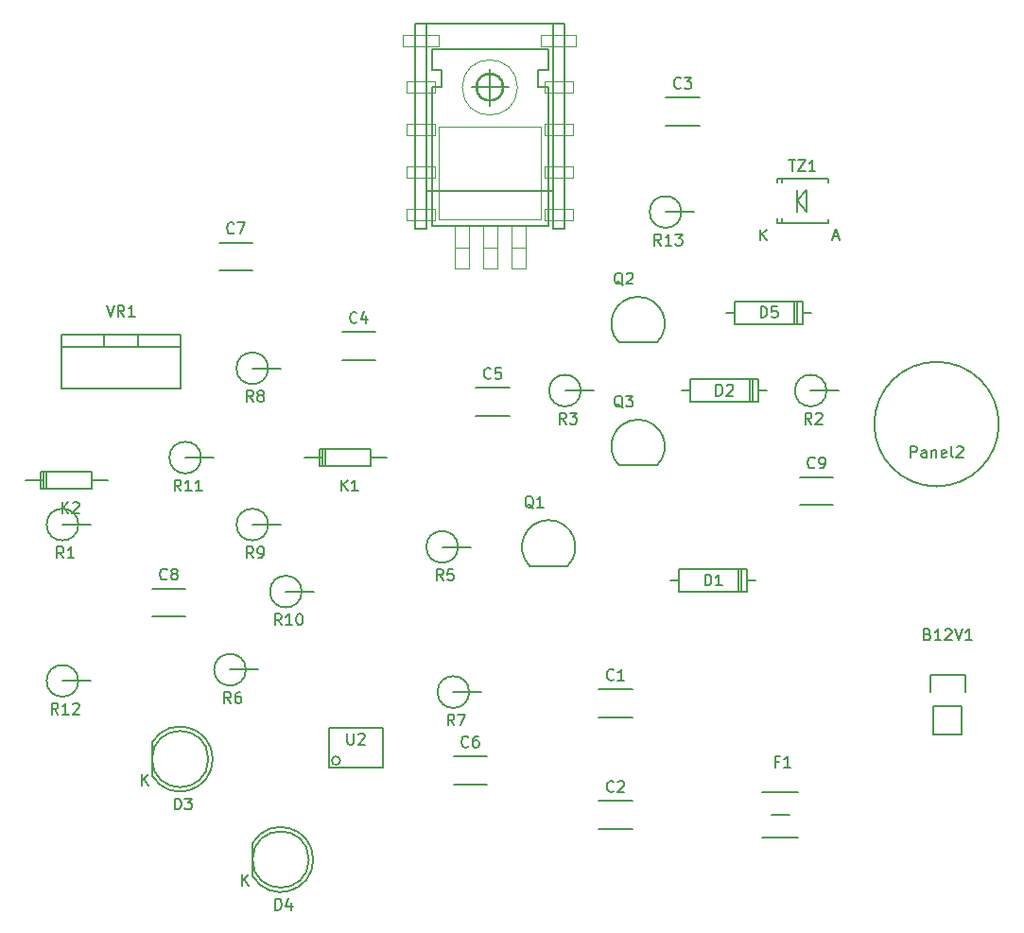
<source format=gto>
G04 #@! TF.FileFunction,Legend,Top*
%FSLAX46Y46*%
G04 Gerber Fmt 4.6, Leading zero omitted, Abs format (unit mm)*
G04 Created by KiCad (PCBNEW 4.0.0-rc1-stable) date 11/15/15 04:05:18*
%MOMM*%
G01*
G04 APERTURE LIST*
%ADD10C,0.100000*%
%ADD11C,0.150000*%
%ADD12C,0.066040*%
%ADD13C,0.152400*%
%ADD14C,0.050800*%
%ADD15C,0.076200*%
%ADD16C,0.063500*%
%ADD17C,0.127000*%
G04 APERTURE END LIST*
D10*
D11*
X135270000Y-113270000D02*
X135270000Y-115810000D01*
X135550000Y-110450000D02*
X135550000Y-112000000D01*
X135270000Y-113270000D02*
X132730000Y-113270000D01*
X132450000Y-112000000D02*
X132450000Y-110450000D01*
X132450000Y-110450000D02*
X135550000Y-110450000D01*
X132730000Y-113270000D02*
X132730000Y-115810000D01*
X132730000Y-115810000D02*
X135270000Y-115810000D01*
X102750000Y-111750000D02*
X105750000Y-111750000D01*
X105750000Y-114250000D02*
X102750000Y-114250000D01*
X102750000Y-121750000D02*
X105750000Y-121750000D01*
X105750000Y-124250000D02*
X102750000Y-124250000D01*
X108750000Y-58750000D02*
X111750000Y-58750000D01*
X111750000Y-61250000D02*
X108750000Y-61250000D01*
X79750000Y-79750000D02*
X82750000Y-79750000D01*
X82750000Y-82250000D02*
X79750000Y-82250000D01*
X91750000Y-84750000D02*
X94750000Y-84750000D01*
X94750000Y-87250000D02*
X91750000Y-87250000D01*
X89750000Y-117750000D02*
X92750000Y-117750000D01*
X92750000Y-120250000D02*
X89750000Y-120250000D01*
X68750000Y-71750000D02*
X71750000Y-71750000D01*
X71750000Y-74250000D02*
X68750000Y-74250000D01*
X62750000Y-102750000D02*
X65750000Y-102750000D01*
X65750000Y-105250000D02*
X62750000Y-105250000D01*
X120750000Y-92750000D02*
X123750000Y-92750000D01*
X123750000Y-95250000D02*
X120750000Y-95250000D01*
X116810000Y-102000000D02*
X116048000Y-102000000D01*
X116048000Y-102000000D02*
X116048000Y-100984000D01*
X116048000Y-100984000D02*
X109952000Y-100984000D01*
X109952000Y-100984000D02*
X109952000Y-102000000D01*
X109952000Y-102000000D02*
X109190000Y-102000000D01*
X109952000Y-102000000D02*
X109952000Y-103016000D01*
X109952000Y-103016000D02*
X116048000Y-103016000D01*
X116048000Y-103016000D02*
X116048000Y-102000000D01*
X115540000Y-100984000D02*
X115540000Y-103016000D01*
X115286000Y-103016000D02*
X115286000Y-100984000D01*
X117810000Y-85000000D02*
X117048000Y-85000000D01*
X117048000Y-85000000D02*
X117048000Y-83984000D01*
X117048000Y-83984000D02*
X110952000Y-83984000D01*
X110952000Y-83984000D02*
X110952000Y-85000000D01*
X110952000Y-85000000D02*
X110190000Y-85000000D01*
X110952000Y-85000000D02*
X110952000Y-86016000D01*
X110952000Y-86016000D02*
X117048000Y-86016000D01*
X117048000Y-86016000D02*
X117048000Y-85000000D01*
X116540000Y-83984000D02*
X116540000Y-86016000D01*
X116286000Y-86016000D02*
X116286000Y-83984000D01*
X62785112Y-119524904D02*
G75*
G03X62770000Y-116500000I2484888J1524904D01*
G01*
X62770000Y-119500000D02*
X62770000Y-116500000D01*
X67787936Y-118000000D02*
G75*
G03X67787936Y-118000000I-2517936J0D01*
G01*
X71785112Y-128524904D02*
G75*
G03X71770000Y-125500000I2484888J1524904D01*
G01*
X71770000Y-128500000D02*
X71770000Y-125500000D01*
X76787936Y-127000000D02*
G75*
G03X76787936Y-127000000I-2517936J0D01*
G01*
X121810000Y-78000000D02*
X121048000Y-78000000D01*
X121048000Y-78000000D02*
X121048000Y-76984000D01*
X121048000Y-76984000D02*
X114952000Y-76984000D01*
X114952000Y-76984000D02*
X114952000Y-78000000D01*
X114952000Y-78000000D02*
X114190000Y-78000000D01*
X114952000Y-78000000D02*
X114952000Y-79016000D01*
X114952000Y-79016000D02*
X121048000Y-79016000D01*
X121048000Y-79016000D02*
X121048000Y-78000000D01*
X120540000Y-76984000D02*
X120540000Y-79016000D01*
X120286000Y-79016000D02*
X120286000Y-76984000D01*
X118250000Y-123000000D02*
X119850000Y-123000000D01*
X120600000Y-125000000D02*
X117400000Y-125000000D01*
X117400000Y-121000000D02*
X120600000Y-121000000D01*
X82366520Y-90997460D02*
X83763520Y-90997460D01*
X77921520Y-90997460D02*
X76397520Y-90997460D01*
X78302520Y-90235460D02*
X78302520Y-91759460D01*
X78048520Y-90235460D02*
X78048520Y-91759460D01*
X77794520Y-90997460D02*
X77794520Y-91759460D01*
X77794520Y-91759460D02*
X82366520Y-91759460D01*
X82366520Y-91759460D02*
X82366520Y-90235460D01*
X82366520Y-90235460D02*
X77794520Y-90235460D01*
X77794520Y-90235460D02*
X77794520Y-90997460D01*
X57366520Y-92997460D02*
X58763520Y-92997460D01*
X52921520Y-92997460D02*
X51397520Y-92997460D01*
X53302520Y-92235460D02*
X53302520Y-93759460D01*
X53048520Y-92235460D02*
X53048520Y-93759460D01*
X52794520Y-92997460D02*
X52794520Y-93759460D01*
X52794520Y-93759460D02*
X57366520Y-93759460D01*
X57366520Y-93759460D02*
X57366520Y-92235460D01*
X57366520Y-92235460D02*
X52794520Y-92235460D01*
X52794520Y-92235460D02*
X52794520Y-92997460D01*
X138576443Y-88000000D02*
G75*
G03X138576443Y-88000000I-5576443J0D01*
G01*
X96570000Y-100700000D02*
X99970000Y-100700000D01*
X96572944Y-100697056D02*
G75*
G02X98270000Y-96600000I1697056J1697056D01*
G01*
X99967056Y-100697056D02*
G75*
G03X98270000Y-96600000I-1697056J1697056D01*
G01*
X104570000Y-80700000D02*
X107970000Y-80700000D01*
X104572944Y-80697056D02*
G75*
G02X106270000Y-76600000I1697056J1697056D01*
G01*
X107967056Y-80697056D02*
G75*
G03X106270000Y-76600000I-1697056J1697056D01*
G01*
X104570000Y-91700000D02*
X107970000Y-91700000D01*
X104572944Y-91697056D02*
G75*
G02X106270000Y-87600000I1697056J1697056D01*
G01*
X107967056Y-91697056D02*
G75*
G03X106270000Y-87600000I-1697056J1697056D01*
G01*
X54730000Y-97000000D02*
X57270000Y-97000000D01*
X56149903Y-97000000D02*
G75*
G03X56149903Y-97000000I-1419903J0D01*
G01*
X121730000Y-85000000D02*
X124270000Y-85000000D01*
X123149903Y-85000000D02*
G75*
G03X123149903Y-85000000I-1419903J0D01*
G01*
X99730000Y-85000000D02*
X102270000Y-85000000D01*
X101149903Y-85000000D02*
G75*
G03X101149903Y-85000000I-1419903J0D01*
G01*
X88730000Y-99000000D02*
X91270000Y-99000000D01*
X90149903Y-99000000D02*
G75*
G03X90149903Y-99000000I-1419903J0D01*
G01*
X69730000Y-110000000D02*
X72270000Y-110000000D01*
X71149903Y-110000000D02*
G75*
G03X71149903Y-110000000I-1419903J0D01*
G01*
X89730000Y-112000000D02*
X92270000Y-112000000D01*
X91149903Y-112000000D02*
G75*
G03X91149903Y-112000000I-1419903J0D01*
G01*
X71730000Y-83000000D02*
X74270000Y-83000000D01*
X73149903Y-83000000D02*
G75*
G03X73149903Y-83000000I-1419903J0D01*
G01*
X71730000Y-97000000D02*
X74270000Y-97000000D01*
X73149903Y-97000000D02*
G75*
G03X73149903Y-97000000I-1419903J0D01*
G01*
X74730000Y-103000000D02*
X77270000Y-103000000D01*
X76149903Y-103000000D02*
G75*
G03X76149903Y-103000000I-1419903J0D01*
G01*
X65730000Y-91000000D02*
X68270000Y-91000000D01*
X67149903Y-91000000D02*
G75*
G03X67149903Y-91000000I-1419903J0D01*
G01*
X54730000Y-111000000D02*
X57270000Y-111000000D01*
X56149903Y-111000000D02*
G75*
G03X56149903Y-111000000I-1419903J0D01*
G01*
X108730000Y-69000000D02*
X111270000Y-69000000D01*
X110149903Y-69000000D02*
G75*
G03X110149903Y-69000000I-1419903J0D01*
G01*
X120550420Y-68000000D02*
X121398780Y-66999240D01*
X121398780Y-66999240D02*
X121398780Y-69000760D01*
X121398780Y-69000760D02*
X120550420Y-68000000D01*
X120550420Y-68000000D02*
X120550420Y-69000760D01*
X120550420Y-68000000D02*
X120550420Y-66999240D01*
X118693680Y-69800000D02*
X118693680Y-69600200D01*
X119150720Y-69800000D02*
X119150720Y-69601000D01*
X123301240Y-69800000D02*
X123301240Y-69651000D01*
X118698760Y-66200000D02*
X118698760Y-66349000D01*
X119150720Y-66200000D02*
X119150720Y-66349000D01*
X123301240Y-66200000D02*
X123301240Y-66349000D01*
X119150720Y-69948980D02*
X119150720Y-69750860D01*
X119150720Y-66001020D02*
X119150720Y-66199140D01*
X123296160Y-69996440D02*
X123296160Y-69798320D01*
X118693680Y-69996440D02*
X123296160Y-69996440D01*
X118693680Y-69996440D02*
X118693680Y-69798320D01*
X118698760Y-66001020D02*
X118698760Y-66199140D01*
X118698760Y-66001020D02*
X123301240Y-66001020D01*
X123301240Y-66001020D02*
X123301240Y-66199140D01*
D12*
X85555260Y-69749300D02*
X88095260Y-69749300D01*
X88095260Y-69749300D02*
X88095260Y-68735840D01*
X85555260Y-68735840D02*
X88095260Y-68735840D01*
X85555260Y-69749300D02*
X85555260Y-68735840D01*
X85555260Y-65941840D02*
X88095260Y-65941840D01*
X88095260Y-65941840D02*
X88095260Y-64925840D01*
X85555260Y-64925840D02*
X88095260Y-64925840D01*
X85555260Y-65941840D02*
X85555260Y-64925840D01*
X85555260Y-62131840D02*
X88095260Y-62131840D01*
X88095260Y-62131840D02*
X88095260Y-61115840D01*
X85555260Y-61115840D02*
X88095260Y-61115840D01*
X85555260Y-62131840D02*
X85555260Y-61115840D01*
X85555260Y-58321840D02*
X88095260Y-58321840D01*
X88095260Y-58321840D02*
X88095260Y-57305840D01*
X85555260Y-57305840D02*
X88095260Y-57305840D01*
X85555260Y-58321840D02*
X85555260Y-57305840D01*
X85237760Y-54194340D02*
X88412760Y-54194340D01*
X88412760Y-54194340D02*
X88412760Y-53178340D01*
X85237760Y-53178340D02*
X88412760Y-53178340D01*
X85237760Y-54194340D02*
X85237760Y-53178340D01*
X97554220Y-54194340D02*
X100729220Y-54194340D01*
X100729220Y-54194340D02*
X100729220Y-53178340D01*
X97554220Y-53178340D02*
X100729220Y-53178340D01*
X97554220Y-54194340D02*
X97554220Y-53178340D01*
X97871720Y-58321840D02*
X100411720Y-58321840D01*
X100411720Y-58321840D02*
X100411720Y-57305840D01*
X97871720Y-57305840D02*
X100411720Y-57305840D01*
X97871720Y-58321840D02*
X97871720Y-57305840D01*
X97871720Y-62131840D02*
X100411720Y-62131840D01*
X100411720Y-62131840D02*
X100411720Y-61115840D01*
X97871720Y-61115840D02*
X100411720Y-61115840D01*
X97871720Y-62131840D02*
X97871720Y-61115840D01*
X97871720Y-65941840D02*
X100411720Y-65941840D01*
X100411720Y-65941840D02*
X100411720Y-64925840D01*
X97871720Y-64925840D02*
X100411720Y-64925840D01*
X97871720Y-65941840D02*
X97871720Y-64925840D01*
X97871720Y-69749300D02*
X100411720Y-69749300D01*
X100411720Y-69749300D02*
X100411720Y-68735840D01*
X97871720Y-68735840D02*
X100411720Y-68735840D01*
X97871720Y-69749300D02*
X97871720Y-68735840D01*
X89825000Y-74080000D02*
X91095000Y-74080000D01*
X91095000Y-74080000D02*
X91095000Y-70270000D01*
X89825000Y-70270000D02*
X91095000Y-70270000D01*
X89825000Y-74080000D02*
X89825000Y-70270000D01*
X92365000Y-74080000D02*
X93635000Y-74080000D01*
X93635000Y-74080000D02*
X93635000Y-70270000D01*
X92365000Y-70270000D02*
X93635000Y-70270000D01*
X92365000Y-74080000D02*
X92365000Y-70270000D01*
X94905000Y-74080000D02*
X96175000Y-74080000D01*
X96175000Y-74080000D02*
X96175000Y-70270000D01*
X94905000Y-70270000D02*
X96175000Y-70270000D01*
X94905000Y-74080000D02*
X94905000Y-70270000D01*
X89825000Y-72175000D02*
X91095000Y-72175000D01*
X91095000Y-72175000D02*
X91095000Y-70270000D01*
X89825000Y-70270000D02*
X91095000Y-70270000D01*
X89825000Y-72175000D02*
X89825000Y-70270000D01*
X92365000Y-72175000D02*
X93635000Y-72175000D01*
X93635000Y-72175000D02*
X93635000Y-70270000D01*
X92365000Y-70270000D02*
X93635000Y-70270000D01*
X92365000Y-72175000D02*
X92365000Y-70270000D01*
X94905000Y-72175000D02*
X96175000Y-72175000D01*
X96175000Y-72175000D02*
X96175000Y-70270000D01*
X94905000Y-70270000D02*
X96175000Y-70270000D01*
X94905000Y-72175000D02*
X94905000Y-70270000D01*
D13*
X87793000Y-70270000D02*
X98207000Y-70270000D01*
X98207000Y-54395000D02*
X87793000Y-54395000D01*
X98207000Y-70270000D02*
X98207000Y-57824000D01*
X98207000Y-57824000D02*
X97318000Y-57824000D01*
X97318000Y-57824000D02*
X97318000Y-56300000D01*
X97318000Y-56300000D02*
X98207000Y-56300000D01*
X98207000Y-56300000D02*
X98207000Y-54395000D01*
X87793000Y-70270000D02*
X87793000Y-57824000D01*
X87793000Y-57824000D02*
X88682000Y-57824000D01*
X88682000Y-57824000D02*
X88682000Y-56300000D01*
X88682000Y-56300000D02*
X87793000Y-56300000D01*
X87793000Y-56300000D02*
X87793000Y-54395000D01*
D14*
X88428000Y-69635000D02*
X97572000Y-69635000D01*
X97572000Y-61380000D02*
X97572000Y-69635000D01*
X97572000Y-61380000D02*
X88428000Y-61380000D01*
X88428000Y-69635000D02*
X88428000Y-61380000D01*
D13*
X86317260Y-52098840D02*
X86317260Y-70511300D01*
X87333260Y-70511300D02*
X86317260Y-70511300D01*
X87333260Y-70511300D02*
X87333260Y-67084840D01*
X99649720Y-52098840D02*
X99649720Y-70511300D01*
X98633720Y-70511300D02*
X99649720Y-70511300D01*
X98633720Y-70511300D02*
X98633720Y-67084840D01*
X86317260Y-52098840D02*
X87333260Y-52098840D01*
X87333260Y-52098840D02*
X98633720Y-52098840D01*
X98633720Y-52098840D02*
X99649720Y-52098840D01*
X87333260Y-67084840D02*
X98633720Y-67084840D01*
X87333260Y-67084840D02*
X87333260Y-52098840D01*
X98633720Y-67084840D02*
X98633720Y-52098840D01*
D15*
X94271604Y-57824000D02*
G75*
G03X94271604Y-57824000I-1271604J0D01*
G01*
D16*
X95471366Y-57851940D02*
G75*
G03X95471366Y-57851940I-2471366J0D01*
G01*
D17*
X94167433Y-57824000D02*
G75*
G03X94167433Y-57824000I-1167433J0D01*
G01*
X91349000Y-57824000D02*
X94651000Y-57824000D01*
X93000000Y-59475000D02*
X93000000Y-56173000D01*
D11*
X78587000Y-115222000D02*
X83413000Y-115222000D01*
X83413000Y-115222000D02*
X83413000Y-118778000D01*
X83413000Y-118778000D02*
X78587000Y-118778000D01*
X78587000Y-118778000D02*
X78587000Y-115222000D01*
X79603000Y-118143000D02*
G75*
G03X79603000Y-118143000I-381000J0D01*
G01*
X58476000Y-79952000D02*
X58476000Y-81095000D01*
X61524000Y-79952000D02*
X61524000Y-81095000D01*
X65334000Y-81095000D02*
X65334000Y-84778000D01*
X65334000Y-84778000D02*
X54666000Y-84778000D01*
X54666000Y-84778000D02*
X54666000Y-81095000D01*
X65334000Y-79952000D02*
X65334000Y-81095000D01*
X65334000Y-81095000D02*
X54666000Y-81095000D01*
X54666000Y-81095000D02*
X54666000Y-79952000D01*
X60000000Y-79952000D02*
X54666000Y-79952000D01*
X60000000Y-79952000D02*
X65334000Y-79952000D01*
X132214286Y-106828571D02*
X132357143Y-106876190D01*
X132404762Y-106923810D01*
X132452381Y-107019048D01*
X132452381Y-107161905D01*
X132404762Y-107257143D01*
X132357143Y-107304762D01*
X132261905Y-107352381D01*
X131880952Y-107352381D01*
X131880952Y-106352381D01*
X132214286Y-106352381D01*
X132309524Y-106400000D01*
X132357143Y-106447619D01*
X132404762Y-106542857D01*
X132404762Y-106638095D01*
X132357143Y-106733333D01*
X132309524Y-106780952D01*
X132214286Y-106828571D01*
X131880952Y-106828571D01*
X133404762Y-107352381D02*
X132833333Y-107352381D01*
X133119047Y-107352381D02*
X133119047Y-106352381D01*
X133023809Y-106495238D01*
X132928571Y-106590476D01*
X132833333Y-106638095D01*
X133785714Y-106447619D02*
X133833333Y-106400000D01*
X133928571Y-106352381D01*
X134166667Y-106352381D01*
X134261905Y-106400000D01*
X134309524Y-106447619D01*
X134357143Y-106542857D01*
X134357143Y-106638095D01*
X134309524Y-106780952D01*
X133738095Y-107352381D01*
X134357143Y-107352381D01*
X134642857Y-106352381D02*
X134976190Y-107352381D01*
X135309524Y-106352381D01*
X136166667Y-107352381D02*
X135595238Y-107352381D01*
X135880952Y-107352381D02*
X135880952Y-106352381D01*
X135785714Y-106495238D01*
X135690476Y-106590476D01*
X135595238Y-106638095D01*
X104083334Y-110857143D02*
X104035715Y-110904762D01*
X103892858Y-110952381D01*
X103797620Y-110952381D01*
X103654762Y-110904762D01*
X103559524Y-110809524D01*
X103511905Y-110714286D01*
X103464286Y-110523810D01*
X103464286Y-110380952D01*
X103511905Y-110190476D01*
X103559524Y-110095238D01*
X103654762Y-110000000D01*
X103797620Y-109952381D01*
X103892858Y-109952381D01*
X104035715Y-110000000D01*
X104083334Y-110047619D01*
X105035715Y-110952381D02*
X104464286Y-110952381D01*
X104750000Y-110952381D02*
X104750000Y-109952381D01*
X104654762Y-110095238D01*
X104559524Y-110190476D01*
X104464286Y-110238095D01*
X104083334Y-120857143D02*
X104035715Y-120904762D01*
X103892858Y-120952381D01*
X103797620Y-120952381D01*
X103654762Y-120904762D01*
X103559524Y-120809524D01*
X103511905Y-120714286D01*
X103464286Y-120523810D01*
X103464286Y-120380952D01*
X103511905Y-120190476D01*
X103559524Y-120095238D01*
X103654762Y-120000000D01*
X103797620Y-119952381D01*
X103892858Y-119952381D01*
X104035715Y-120000000D01*
X104083334Y-120047619D01*
X104464286Y-120047619D02*
X104511905Y-120000000D01*
X104607143Y-119952381D01*
X104845239Y-119952381D01*
X104940477Y-120000000D01*
X104988096Y-120047619D01*
X105035715Y-120142857D01*
X105035715Y-120238095D01*
X104988096Y-120380952D01*
X104416667Y-120952381D01*
X105035715Y-120952381D01*
X110083334Y-57857143D02*
X110035715Y-57904762D01*
X109892858Y-57952381D01*
X109797620Y-57952381D01*
X109654762Y-57904762D01*
X109559524Y-57809524D01*
X109511905Y-57714286D01*
X109464286Y-57523810D01*
X109464286Y-57380952D01*
X109511905Y-57190476D01*
X109559524Y-57095238D01*
X109654762Y-57000000D01*
X109797620Y-56952381D01*
X109892858Y-56952381D01*
X110035715Y-57000000D01*
X110083334Y-57047619D01*
X110416667Y-56952381D02*
X111035715Y-56952381D01*
X110702381Y-57333333D01*
X110845239Y-57333333D01*
X110940477Y-57380952D01*
X110988096Y-57428571D01*
X111035715Y-57523810D01*
X111035715Y-57761905D01*
X110988096Y-57857143D01*
X110940477Y-57904762D01*
X110845239Y-57952381D01*
X110559524Y-57952381D01*
X110464286Y-57904762D01*
X110416667Y-57857143D01*
X81083334Y-78857143D02*
X81035715Y-78904762D01*
X80892858Y-78952381D01*
X80797620Y-78952381D01*
X80654762Y-78904762D01*
X80559524Y-78809524D01*
X80511905Y-78714286D01*
X80464286Y-78523810D01*
X80464286Y-78380952D01*
X80511905Y-78190476D01*
X80559524Y-78095238D01*
X80654762Y-78000000D01*
X80797620Y-77952381D01*
X80892858Y-77952381D01*
X81035715Y-78000000D01*
X81083334Y-78047619D01*
X81940477Y-78285714D02*
X81940477Y-78952381D01*
X81702381Y-77904762D02*
X81464286Y-78619048D01*
X82083334Y-78619048D01*
X93083334Y-83857143D02*
X93035715Y-83904762D01*
X92892858Y-83952381D01*
X92797620Y-83952381D01*
X92654762Y-83904762D01*
X92559524Y-83809524D01*
X92511905Y-83714286D01*
X92464286Y-83523810D01*
X92464286Y-83380952D01*
X92511905Y-83190476D01*
X92559524Y-83095238D01*
X92654762Y-83000000D01*
X92797620Y-82952381D01*
X92892858Y-82952381D01*
X93035715Y-83000000D01*
X93083334Y-83047619D01*
X93988096Y-82952381D02*
X93511905Y-82952381D01*
X93464286Y-83428571D01*
X93511905Y-83380952D01*
X93607143Y-83333333D01*
X93845239Y-83333333D01*
X93940477Y-83380952D01*
X93988096Y-83428571D01*
X94035715Y-83523810D01*
X94035715Y-83761905D01*
X93988096Y-83857143D01*
X93940477Y-83904762D01*
X93845239Y-83952381D01*
X93607143Y-83952381D01*
X93511905Y-83904762D01*
X93464286Y-83857143D01*
X91083334Y-116857143D02*
X91035715Y-116904762D01*
X90892858Y-116952381D01*
X90797620Y-116952381D01*
X90654762Y-116904762D01*
X90559524Y-116809524D01*
X90511905Y-116714286D01*
X90464286Y-116523810D01*
X90464286Y-116380952D01*
X90511905Y-116190476D01*
X90559524Y-116095238D01*
X90654762Y-116000000D01*
X90797620Y-115952381D01*
X90892858Y-115952381D01*
X91035715Y-116000000D01*
X91083334Y-116047619D01*
X91940477Y-115952381D02*
X91750000Y-115952381D01*
X91654762Y-116000000D01*
X91607143Y-116047619D01*
X91511905Y-116190476D01*
X91464286Y-116380952D01*
X91464286Y-116761905D01*
X91511905Y-116857143D01*
X91559524Y-116904762D01*
X91654762Y-116952381D01*
X91845239Y-116952381D01*
X91940477Y-116904762D01*
X91988096Y-116857143D01*
X92035715Y-116761905D01*
X92035715Y-116523810D01*
X91988096Y-116428571D01*
X91940477Y-116380952D01*
X91845239Y-116333333D01*
X91654762Y-116333333D01*
X91559524Y-116380952D01*
X91511905Y-116428571D01*
X91464286Y-116523810D01*
X70083334Y-70857143D02*
X70035715Y-70904762D01*
X69892858Y-70952381D01*
X69797620Y-70952381D01*
X69654762Y-70904762D01*
X69559524Y-70809524D01*
X69511905Y-70714286D01*
X69464286Y-70523810D01*
X69464286Y-70380952D01*
X69511905Y-70190476D01*
X69559524Y-70095238D01*
X69654762Y-70000000D01*
X69797620Y-69952381D01*
X69892858Y-69952381D01*
X70035715Y-70000000D01*
X70083334Y-70047619D01*
X70416667Y-69952381D02*
X71083334Y-69952381D01*
X70654762Y-70952381D01*
X64083334Y-101857143D02*
X64035715Y-101904762D01*
X63892858Y-101952381D01*
X63797620Y-101952381D01*
X63654762Y-101904762D01*
X63559524Y-101809524D01*
X63511905Y-101714286D01*
X63464286Y-101523810D01*
X63464286Y-101380952D01*
X63511905Y-101190476D01*
X63559524Y-101095238D01*
X63654762Y-101000000D01*
X63797620Y-100952381D01*
X63892858Y-100952381D01*
X64035715Y-101000000D01*
X64083334Y-101047619D01*
X64654762Y-101380952D02*
X64559524Y-101333333D01*
X64511905Y-101285714D01*
X64464286Y-101190476D01*
X64464286Y-101142857D01*
X64511905Y-101047619D01*
X64559524Y-101000000D01*
X64654762Y-100952381D01*
X64845239Y-100952381D01*
X64940477Y-101000000D01*
X64988096Y-101047619D01*
X65035715Y-101142857D01*
X65035715Y-101190476D01*
X64988096Y-101285714D01*
X64940477Y-101333333D01*
X64845239Y-101380952D01*
X64654762Y-101380952D01*
X64559524Y-101428571D01*
X64511905Y-101476190D01*
X64464286Y-101571429D01*
X64464286Y-101761905D01*
X64511905Y-101857143D01*
X64559524Y-101904762D01*
X64654762Y-101952381D01*
X64845239Y-101952381D01*
X64940477Y-101904762D01*
X64988096Y-101857143D01*
X65035715Y-101761905D01*
X65035715Y-101571429D01*
X64988096Y-101476190D01*
X64940477Y-101428571D01*
X64845239Y-101380952D01*
X122083334Y-91857143D02*
X122035715Y-91904762D01*
X121892858Y-91952381D01*
X121797620Y-91952381D01*
X121654762Y-91904762D01*
X121559524Y-91809524D01*
X121511905Y-91714286D01*
X121464286Y-91523810D01*
X121464286Y-91380952D01*
X121511905Y-91190476D01*
X121559524Y-91095238D01*
X121654762Y-91000000D01*
X121797620Y-90952381D01*
X121892858Y-90952381D01*
X122035715Y-91000000D01*
X122083334Y-91047619D01*
X122559524Y-91952381D02*
X122750000Y-91952381D01*
X122845239Y-91904762D01*
X122892858Y-91857143D01*
X122988096Y-91714286D01*
X123035715Y-91523810D01*
X123035715Y-91142857D01*
X122988096Y-91047619D01*
X122940477Y-91000000D01*
X122845239Y-90952381D01*
X122654762Y-90952381D01*
X122559524Y-91000000D01*
X122511905Y-91047619D01*
X122464286Y-91142857D01*
X122464286Y-91380952D01*
X122511905Y-91476190D01*
X122559524Y-91523810D01*
X122654762Y-91571429D01*
X122845239Y-91571429D01*
X122940477Y-91523810D01*
X122988096Y-91476190D01*
X123035715Y-91380952D01*
X112261905Y-102452381D02*
X112261905Y-101452381D01*
X112500000Y-101452381D01*
X112642858Y-101500000D01*
X112738096Y-101595238D01*
X112785715Y-101690476D01*
X112833334Y-101880952D01*
X112833334Y-102023810D01*
X112785715Y-102214286D01*
X112738096Y-102309524D01*
X112642858Y-102404762D01*
X112500000Y-102452381D01*
X112261905Y-102452381D01*
X113785715Y-102452381D02*
X113214286Y-102452381D01*
X113500000Y-102452381D02*
X113500000Y-101452381D01*
X113404762Y-101595238D01*
X113309524Y-101690476D01*
X113214286Y-101738095D01*
X113261905Y-85452381D02*
X113261905Y-84452381D01*
X113500000Y-84452381D01*
X113642858Y-84500000D01*
X113738096Y-84595238D01*
X113785715Y-84690476D01*
X113833334Y-84880952D01*
X113833334Y-85023810D01*
X113785715Y-85214286D01*
X113738096Y-85309524D01*
X113642858Y-85404762D01*
X113500000Y-85452381D01*
X113261905Y-85452381D01*
X114214286Y-84547619D02*
X114261905Y-84500000D01*
X114357143Y-84452381D01*
X114595239Y-84452381D01*
X114690477Y-84500000D01*
X114738096Y-84547619D01*
X114785715Y-84642857D01*
X114785715Y-84738095D01*
X114738096Y-84880952D01*
X114166667Y-85452381D01*
X114785715Y-85452381D01*
X64785905Y-122516381D02*
X64785905Y-121516381D01*
X65024000Y-121516381D01*
X65166858Y-121564000D01*
X65262096Y-121659238D01*
X65309715Y-121754476D01*
X65357334Y-121944952D01*
X65357334Y-122087810D01*
X65309715Y-122278286D01*
X65262096Y-122373524D01*
X65166858Y-122468762D01*
X65024000Y-122516381D01*
X64785905Y-122516381D01*
X65690667Y-121516381D02*
X66309715Y-121516381D01*
X65976381Y-121897333D01*
X66119239Y-121897333D01*
X66214477Y-121944952D01*
X66262096Y-121992571D01*
X66309715Y-122087810D01*
X66309715Y-122325905D01*
X66262096Y-122421143D01*
X66214477Y-122468762D01*
X66119239Y-122516381D01*
X65833524Y-122516381D01*
X65738286Y-122468762D01*
X65690667Y-122421143D01*
X61833095Y-120357381D02*
X61833095Y-119357381D01*
X62404524Y-120357381D02*
X61975952Y-119785952D01*
X62404524Y-119357381D02*
X61833095Y-119928810D01*
X73785905Y-131516381D02*
X73785905Y-130516381D01*
X74024000Y-130516381D01*
X74166858Y-130564000D01*
X74262096Y-130659238D01*
X74309715Y-130754476D01*
X74357334Y-130944952D01*
X74357334Y-131087810D01*
X74309715Y-131278286D01*
X74262096Y-131373524D01*
X74166858Y-131468762D01*
X74024000Y-131516381D01*
X73785905Y-131516381D01*
X75214477Y-130849714D02*
X75214477Y-131516381D01*
X74976381Y-130468762D02*
X74738286Y-131183048D01*
X75357334Y-131183048D01*
X70833095Y-129357381D02*
X70833095Y-128357381D01*
X71404524Y-129357381D02*
X70975952Y-128785952D01*
X71404524Y-128357381D02*
X70833095Y-128928810D01*
X117261905Y-78452381D02*
X117261905Y-77452381D01*
X117500000Y-77452381D01*
X117642858Y-77500000D01*
X117738096Y-77595238D01*
X117785715Y-77690476D01*
X117833334Y-77880952D01*
X117833334Y-78023810D01*
X117785715Y-78214286D01*
X117738096Y-78309524D01*
X117642858Y-78404762D01*
X117500000Y-78452381D01*
X117261905Y-78452381D01*
X118738096Y-77452381D02*
X118261905Y-77452381D01*
X118214286Y-77928571D01*
X118261905Y-77880952D01*
X118357143Y-77833333D01*
X118595239Y-77833333D01*
X118690477Y-77880952D01*
X118738096Y-77928571D01*
X118785715Y-78023810D01*
X118785715Y-78261905D01*
X118738096Y-78357143D01*
X118690477Y-78404762D01*
X118595239Y-78452381D01*
X118357143Y-78452381D01*
X118261905Y-78404762D01*
X118214286Y-78357143D01*
X118866667Y-118228571D02*
X118533333Y-118228571D01*
X118533333Y-118752381D02*
X118533333Y-117752381D01*
X119009524Y-117752381D01*
X119914286Y-118752381D02*
X119342857Y-118752381D01*
X119628571Y-118752381D02*
X119628571Y-117752381D01*
X119533333Y-117895238D01*
X119438095Y-117990476D01*
X119342857Y-118038095D01*
X79692425Y-93989841D02*
X79692425Y-92989841D01*
X80263854Y-93989841D02*
X79835282Y-93418412D01*
X80263854Y-92989841D02*
X79692425Y-93561270D01*
X81216235Y-93989841D02*
X80644806Y-93989841D01*
X80930520Y-93989841D02*
X80930520Y-92989841D01*
X80835282Y-93132698D01*
X80740044Y-93227936D01*
X80644806Y-93275555D01*
X54692425Y-95989841D02*
X54692425Y-94989841D01*
X55263854Y-95989841D02*
X54835282Y-95418412D01*
X55263854Y-94989841D02*
X54692425Y-95561270D01*
X55644806Y-95085079D02*
X55692425Y-95037460D01*
X55787663Y-94989841D01*
X56025759Y-94989841D01*
X56120997Y-95037460D01*
X56168616Y-95085079D01*
X56216235Y-95180317D01*
X56216235Y-95275555D01*
X56168616Y-95418412D01*
X55597187Y-95989841D01*
X56216235Y-95989841D01*
X130666666Y-90992381D02*
X130666666Y-89992381D01*
X131047619Y-89992381D01*
X131142857Y-90040000D01*
X131190476Y-90087619D01*
X131238095Y-90182857D01*
X131238095Y-90325714D01*
X131190476Y-90420952D01*
X131142857Y-90468571D01*
X131047619Y-90516190D01*
X130666666Y-90516190D01*
X132095238Y-90992381D02*
X132095238Y-90468571D01*
X132047619Y-90373333D01*
X131952381Y-90325714D01*
X131761904Y-90325714D01*
X131666666Y-90373333D01*
X132095238Y-90944762D02*
X132000000Y-90992381D01*
X131761904Y-90992381D01*
X131666666Y-90944762D01*
X131619047Y-90849524D01*
X131619047Y-90754286D01*
X131666666Y-90659048D01*
X131761904Y-90611429D01*
X132000000Y-90611429D01*
X132095238Y-90563810D01*
X132571428Y-90325714D02*
X132571428Y-90992381D01*
X132571428Y-90420952D02*
X132619047Y-90373333D01*
X132714285Y-90325714D01*
X132857143Y-90325714D01*
X132952381Y-90373333D01*
X133000000Y-90468571D01*
X133000000Y-90992381D01*
X133857143Y-90944762D02*
X133761905Y-90992381D01*
X133571428Y-90992381D01*
X133476190Y-90944762D01*
X133428571Y-90849524D01*
X133428571Y-90468571D01*
X133476190Y-90373333D01*
X133571428Y-90325714D01*
X133761905Y-90325714D01*
X133857143Y-90373333D01*
X133904762Y-90468571D01*
X133904762Y-90563810D01*
X133428571Y-90659048D01*
X134476190Y-90992381D02*
X134380952Y-90944762D01*
X134333333Y-90849524D01*
X134333333Y-89992381D01*
X134809524Y-90087619D02*
X134857143Y-90040000D01*
X134952381Y-89992381D01*
X135190477Y-89992381D01*
X135285715Y-90040000D01*
X135333334Y-90087619D01*
X135380953Y-90182857D01*
X135380953Y-90278095D01*
X135333334Y-90420952D01*
X134761905Y-90992381D01*
X135380953Y-90992381D01*
X96904762Y-95547619D02*
X96809524Y-95500000D01*
X96714286Y-95404762D01*
X96571429Y-95261905D01*
X96476190Y-95214286D01*
X96380952Y-95214286D01*
X96428571Y-95452381D02*
X96333333Y-95404762D01*
X96238095Y-95309524D01*
X96190476Y-95119048D01*
X96190476Y-94785714D01*
X96238095Y-94595238D01*
X96333333Y-94500000D01*
X96428571Y-94452381D01*
X96619048Y-94452381D01*
X96714286Y-94500000D01*
X96809524Y-94595238D01*
X96857143Y-94785714D01*
X96857143Y-95119048D01*
X96809524Y-95309524D01*
X96714286Y-95404762D01*
X96619048Y-95452381D01*
X96428571Y-95452381D01*
X97809524Y-95452381D02*
X97238095Y-95452381D01*
X97523809Y-95452381D02*
X97523809Y-94452381D01*
X97428571Y-94595238D01*
X97333333Y-94690476D01*
X97238095Y-94738095D01*
X104904762Y-75547619D02*
X104809524Y-75500000D01*
X104714286Y-75404762D01*
X104571429Y-75261905D01*
X104476190Y-75214286D01*
X104380952Y-75214286D01*
X104428571Y-75452381D02*
X104333333Y-75404762D01*
X104238095Y-75309524D01*
X104190476Y-75119048D01*
X104190476Y-74785714D01*
X104238095Y-74595238D01*
X104333333Y-74500000D01*
X104428571Y-74452381D01*
X104619048Y-74452381D01*
X104714286Y-74500000D01*
X104809524Y-74595238D01*
X104857143Y-74785714D01*
X104857143Y-75119048D01*
X104809524Y-75309524D01*
X104714286Y-75404762D01*
X104619048Y-75452381D01*
X104428571Y-75452381D01*
X105238095Y-74547619D02*
X105285714Y-74500000D01*
X105380952Y-74452381D01*
X105619048Y-74452381D01*
X105714286Y-74500000D01*
X105761905Y-74547619D01*
X105809524Y-74642857D01*
X105809524Y-74738095D01*
X105761905Y-74880952D01*
X105190476Y-75452381D01*
X105809524Y-75452381D01*
X104904762Y-86547619D02*
X104809524Y-86500000D01*
X104714286Y-86404762D01*
X104571429Y-86261905D01*
X104476190Y-86214286D01*
X104380952Y-86214286D01*
X104428571Y-86452381D02*
X104333333Y-86404762D01*
X104238095Y-86309524D01*
X104190476Y-86119048D01*
X104190476Y-85785714D01*
X104238095Y-85595238D01*
X104333333Y-85500000D01*
X104428571Y-85452381D01*
X104619048Y-85452381D01*
X104714286Y-85500000D01*
X104809524Y-85595238D01*
X104857143Y-85785714D01*
X104857143Y-86119048D01*
X104809524Y-86309524D01*
X104714286Y-86404762D01*
X104619048Y-86452381D01*
X104428571Y-86452381D01*
X105190476Y-85452381D02*
X105809524Y-85452381D01*
X105476190Y-85833333D01*
X105619048Y-85833333D01*
X105714286Y-85880952D01*
X105761905Y-85928571D01*
X105809524Y-86023810D01*
X105809524Y-86261905D01*
X105761905Y-86357143D01*
X105714286Y-86404762D01*
X105619048Y-86452381D01*
X105333333Y-86452381D01*
X105238095Y-86404762D01*
X105190476Y-86357143D01*
X54817334Y-99992381D02*
X54484000Y-99516190D01*
X54245905Y-99992381D02*
X54245905Y-98992381D01*
X54626858Y-98992381D01*
X54722096Y-99040000D01*
X54769715Y-99087619D01*
X54817334Y-99182857D01*
X54817334Y-99325714D01*
X54769715Y-99420952D01*
X54722096Y-99468571D01*
X54626858Y-99516190D01*
X54245905Y-99516190D01*
X55769715Y-99992381D02*
X55198286Y-99992381D01*
X55484000Y-99992381D02*
X55484000Y-98992381D01*
X55388762Y-99135238D01*
X55293524Y-99230476D01*
X55198286Y-99278095D01*
X121817334Y-87992381D02*
X121484000Y-87516190D01*
X121245905Y-87992381D02*
X121245905Y-86992381D01*
X121626858Y-86992381D01*
X121722096Y-87040000D01*
X121769715Y-87087619D01*
X121817334Y-87182857D01*
X121817334Y-87325714D01*
X121769715Y-87420952D01*
X121722096Y-87468571D01*
X121626858Y-87516190D01*
X121245905Y-87516190D01*
X122198286Y-87087619D02*
X122245905Y-87040000D01*
X122341143Y-86992381D01*
X122579239Y-86992381D01*
X122674477Y-87040000D01*
X122722096Y-87087619D01*
X122769715Y-87182857D01*
X122769715Y-87278095D01*
X122722096Y-87420952D01*
X122150667Y-87992381D01*
X122769715Y-87992381D01*
X99817334Y-87992381D02*
X99484000Y-87516190D01*
X99245905Y-87992381D02*
X99245905Y-86992381D01*
X99626858Y-86992381D01*
X99722096Y-87040000D01*
X99769715Y-87087619D01*
X99817334Y-87182857D01*
X99817334Y-87325714D01*
X99769715Y-87420952D01*
X99722096Y-87468571D01*
X99626858Y-87516190D01*
X99245905Y-87516190D01*
X100150667Y-86992381D02*
X100769715Y-86992381D01*
X100436381Y-87373333D01*
X100579239Y-87373333D01*
X100674477Y-87420952D01*
X100722096Y-87468571D01*
X100769715Y-87563810D01*
X100769715Y-87801905D01*
X100722096Y-87897143D01*
X100674477Y-87944762D01*
X100579239Y-87992381D01*
X100293524Y-87992381D01*
X100198286Y-87944762D01*
X100150667Y-87897143D01*
X88817334Y-101992381D02*
X88484000Y-101516190D01*
X88245905Y-101992381D02*
X88245905Y-100992381D01*
X88626858Y-100992381D01*
X88722096Y-101040000D01*
X88769715Y-101087619D01*
X88817334Y-101182857D01*
X88817334Y-101325714D01*
X88769715Y-101420952D01*
X88722096Y-101468571D01*
X88626858Y-101516190D01*
X88245905Y-101516190D01*
X89722096Y-100992381D02*
X89245905Y-100992381D01*
X89198286Y-101468571D01*
X89245905Y-101420952D01*
X89341143Y-101373333D01*
X89579239Y-101373333D01*
X89674477Y-101420952D01*
X89722096Y-101468571D01*
X89769715Y-101563810D01*
X89769715Y-101801905D01*
X89722096Y-101897143D01*
X89674477Y-101944762D01*
X89579239Y-101992381D01*
X89341143Y-101992381D01*
X89245905Y-101944762D01*
X89198286Y-101897143D01*
X69817334Y-112992381D02*
X69484000Y-112516190D01*
X69245905Y-112992381D02*
X69245905Y-111992381D01*
X69626858Y-111992381D01*
X69722096Y-112040000D01*
X69769715Y-112087619D01*
X69817334Y-112182857D01*
X69817334Y-112325714D01*
X69769715Y-112420952D01*
X69722096Y-112468571D01*
X69626858Y-112516190D01*
X69245905Y-112516190D01*
X70674477Y-111992381D02*
X70484000Y-111992381D01*
X70388762Y-112040000D01*
X70341143Y-112087619D01*
X70245905Y-112230476D01*
X70198286Y-112420952D01*
X70198286Y-112801905D01*
X70245905Y-112897143D01*
X70293524Y-112944762D01*
X70388762Y-112992381D01*
X70579239Y-112992381D01*
X70674477Y-112944762D01*
X70722096Y-112897143D01*
X70769715Y-112801905D01*
X70769715Y-112563810D01*
X70722096Y-112468571D01*
X70674477Y-112420952D01*
X70579239Y-112373333D01*
X70388762Y-112373333D01*
X70293524Y-112420952D01*
X70245905Y-112468571D01*
X70198286Y-112563810D01*
X89817334Y-114992381D02*
X89484000Y-114516190D01*
X89245905Y-114992381D02*
X89245905Y-113992381D01*
X89626858Y-113992381D01*
X89722096Y-114040000D01*
X89769715Y-114087619D01*
X89817334Y-114182857D01*
X89817334Y-114325714D01*
X89769715Y-114420952D01*
X89722096Y-114468571D01*
X89626858Y-114516190D01*
X89245905Y-114516190D01*
X90150667Y-113992381D02*
X90817334Y-113992381D01*
X90388762Y-114992381D01*
X71817334Y-85992381D02*
X71484000Y-85516190D01*
X71245905Y-85992381D02*
X71245905Y-84992381D01*
X71626858Y-84992381D01*
X71722096Y-85040000D01*
X71769715Y-85087619D01*
X71817334Y-85182857D01*
X71817334Y-85325714D01*
X71769715Y-85420952D01*
X71722096Y-85468571D01*
X71626858Y-85516190D01*
X71245905Y-85516190D01*
X72388762Y-85420952D02*
X72293524Y-85373333D01*
X72245905Y-85325714D01*
X72198286Y-85230476D01*
X72198286Y-85182857D01*
X72245905Y-85087619D01*
X72293524Y-85040000D01*
X72388762Y-84992381D01*
X72579239Y-84992381D01*
X72674477Y-85040000D01*
X72722096Y-85087619D01*
X72769715Y-85182857D01*
X72769715Y-85230476D01*
X72722096Y-85325714D01*
X72674477Y-85373333D01*
X72579239Y-85420952D01*
X72388762Y-85420952D01*
X72293524Y-85468571D01*
X72245905Y-85516190D01*
X72198286Y-85611429D01*
X72198286Y-85801905D01*
X72245905Y-85897143D01*
X72293524Y-85944762D01*
X72388762Y-85992381D01*
X72579239Y-85992381D01*
X72674477Y-85944762D01*
X72722096Y-85897143D01*
X72769715Y-85801905D01*
X72769715Y-85611429D01*
X72722096Y-85516190D01*
X72674477Y-85468571D01*
X72579239Y-85420952D01*
X71817334Y-99992381D02*
X71484000Y-99516190D01*
X71245905Y-99992381D02*
X71245905Y-98992381D01*
X71626858Y-98992381D01*
X71722096Y-99040000D01*
X71769715Y-99087619D01*
X71817334Y-99182857D01*
X71817334Y-99325714D01*
X71769715Y-99420952D01*
X71722096Y-99468571D01*
X71626858Y-99516190D01*
X71245905Y-99516190D01*
X72293524Y-99992381D02*
X72484000Y-99992381D01*
X72579239Y-99944762D01*
X72626858Y-99897143D01*
X72722096Y-99754286D01*
X72769715Y-99563810D01*
X72769715Y-99182857D01*
X72722096Y-99087619D01*
X72674477Y-99040000D01*
X72579239Y-98992381D01*
X72388762Y-98992381D01*
X72293524Y-99040000D01*
X72245905Y-99087619D01*
X72198286Y-99182857D01*
X72198286Y-99420952D01*
X72245905Y-99516190D01*
X72293524Y-99563810D01*
X72388762Y-99611429D01*
X72579239Y-99611429D01*
X72674477Y-99563810D01*
X72722096Y-99516190D01*
X72769715Y-99420952D01*
X74341143Y-105992381D02*
X74007809Y-105516190D01*
X73769714Y-105992381D02*
X73769714Y-104992381D01*
X74150667Y-104992381D01*
X74245905Y-105040000D01*
X74293524Y-105087619D01*
X74341143Y-105182857D01*
X74341143Y-105325714D01*
X74293524Y-105420952D01*
X74245905Y-105468571D01*
X74150667Y-105516190D01*
X73769714Y-105516190D01*
X75293524Y-105992381D02*
X74722095Y-105992381D01*
X75007809Y-105992381D02*
X75007809Y-104992381D01*
X74912571Y-105135238D01*
X74817333Y-105230476D01*
X74722095Y-105278095D01*
X75912571Y-104992381D02*
X76007810Y-104992381D01*
X76103048Y-105040000D01*
X76150667Y-105087619D01*
X76198286Y-105182857D01*
X76245905Y-105373333D01*
X76245905Y-105611429D01*
X76198286Y-105801905D01*
X76150667Y-105897143D01*
X76103048Y-105944762D01*
X76007810Y-105992381D01*
X75912571Y-105992381D01*
X75817333Y-105944762D01*
X75769714Y-105897143D01*
X75722095Y-105801905D01*
X75674476Y-105611429D01*
X75674476Y-105373333D01*
X75722095Y-105182857D01*
X75769714Y-105087619D01*
X75817333Y-105040000D01*
X75912571Y-104992381D01*
X65341143Y-93992381D02*
X65007809Y-93516190D01*
X64769714Y-93992381D02*
X64769714Y-92992381D01*
X65150667Y-92992381D01*
X65245905Y-93040000D01*
X65293524Y-93087619D01*
X65341143Y-93182857D01*
X65341143Y-93325714D01*
X65293524Y-93420952D01*
X65245905Y-93468571D01*
X65150667Y-93516190D01*
X64769714Y-93516190D01*
X66293524Y-93992381D02*
X65722095Y-93992381D01*
X66007809Y-93992381D02*
X66007809Y-92992381D01*
X65912571Y-93135238D01*
X65817333Y-93230476D01*
X65722095Y-93278095D01*
X67245905Y-93992381D02*
X66674476Y-93992381D01*
X66960190Y-93992381D02*
X66960190Y-92992381D01*
X66864952Y-93135238D01*
X66769714Y-93230476D01*
X66674476Y-93278095D01*
X54341143Y-113992381D02*
X54007809Y-113516190D01*
X53769714Y-113992381D02*
X53769714Y-112992381D01*
X54150667Y-112992381D01*
X54245905Y-113040000D01*
X54293524Y-113087619D01*
X54341143Y-113182857D01*
X54341143Y-113325714D01*
X54293524Y-113420952D01*
X54245905Y-113468571D01*
X54150667Y-113516190D01*
X53769714Y-113516190D01*
X55293524Y-113992381D02*
X54722095Y-113992381D01*
X55007809Y-113992381D02*
X55007809Y-112992381D01*
X54912571Y-113135238D01*
X54817333Y-113230476D01*
X54722095Y-113278095D01*
X55674476Y-113087619D02*
X55722095Y-113040000D01*
X55817333Y-112992381D01*
X56055429Y-112992381D01*
X56150667Y-113040000D01*
X56198286Y-113087619D01*
X56245905Y-113182857D01*
X56245905Y-113278095D01*
X56198286Y-113420952D01*
X55626857Y-113992381D01*
X56245905Y-113992381D01*
X108341143Y-71992381D02*
X108007809Y-71516190D01*
X107769714Y-71992381D02*
X107769714Y-70992381D01*
X108150667Y-70992381D01*
X108245905Y-71040000D01*
X108293524Y-71087619D01*
X108341143Y-71182857D01*
X108341143Y-71325714D01*
X108293524Y-71420952D01*
X108245905Y-71468571D01*
X108150667Y-71516190D01*
X107769714Y-71516190D01*
X109293524Y-71992381D02*
X108722095Y-71992381D01*
X109007809Y-71992381D02*
X109007809Y-70992381D01*
X108912571Y-71135238D01*
X108817333Y-71230476D01*
X108722095Y-71278095D01*
X109626857Y-70992381D02*
X110245905Y-70992381D01*
X109912571Y-71373333D01*
X110055429Y-71373333D01*
X110150667Y-71420952D01*
X110198286Y-71468571D01*
X110245905Y-71563810D01*
X110245905Y-71801905D01*
X110198286Y-71897143D01*
X110150667Y-71944762D01*
X110055429Y-71992381D01*
X109769714Y-71992381D01*
X109674476Y-71944762D01*
X109626857Y-71897143D01*
X119761905Y-64352381D02*
X120333334Y-64352381D01*
X120047619Y-65352381D02*
X120047619Y-64352381D01*
X120571429Y-64352381D02*
X121238096Y-64352381D01*
X120571429Y-65352381D01*
X121238096Y-65352381D01*
X122142858Y-65352381D02*
X121571429Y-65352381D01*
X121857143Y-65352381D02*
X121857143Y-64352381D01*
X121761905Y-64495238D01*
X121666667Y-64590476D01*
X121571429Y-64638095D01*
X117238095Y-71552381D02*
X117238095Y-70552381D01*
X117809524Y-71552381D02*
X117380952Y-70980952D01*
X117809524Y-70552381D02*
X117238095Y-71123810D01*
X123761905Y-71216667D02*
X124238096Y-71216667D01*
X123666667Y-71502381D02*
X124000000Y-70502381D01*
X124333334Y-71502381D01*
X80238095Y-115690381D02*
X80238095Y-116499905D01*
X80285714Y-116595143D01*
X80333333Y-116642762D01*
X80428571Y-116690381D01*
X80619048Y-116690381D01*
X80714286Y-116642762D01*
X80761905Y-116595143D01*
X80809524Y-116499905D01*
X80809524Y-115690381D01*
X81238095Y-115785619D02*
X81285714Y-115738000D01*
X81380952Y-115690381D01*
X81619048Y-115690381D01*
X81714286Y-115738000D01*
X81761905Y-115785619D01*
X81809524Y-115880857D01*
X81809524Y-115976095D01*
X81761905Y-116118952D01*
X81190476Y-116690381D01*
X81809524Y-116690381D01*
X58690476Y-77372381D02*
X59023809Y-78372381D01*
X59357143Y-77372381D01*
X60261905Y-78372381D02*
X59928571Y-77896190D01*
X59690476Y-78372381D02*
X59690476Y-77372381D01*
X60071429Y-77372381D01*
X60166667Y-77420000D01*
X60214286Y-77467619D01*
X60261905Y-77562857D01*
X60261905Y-77705714D01*
X60214286Y-77800952D01*
X60166667Y-77848571D01*
X60071429Y-77896190D01*
X59690476Y-77896190D01*
X61214286Y-78372381D02*
X60642857Y-78372381D01*
X60928571Y-78372381D02*
X60928571Y-77372381D01*
X60833333Y-77515238D01*
X60738095Y-77610476D01*
X60642857Y-77658095D01*
M02*

</source>
